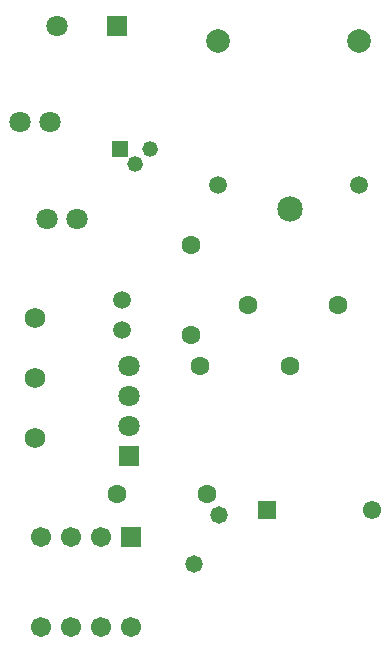
<source format=gts>
G04*
G04 #@! TF.GenerationSoftware,Altium Limited,Altium Designer,22.2.1 (43)*
G04*
G04 Layer_Color=8388736*
%FSLAX23Y23*%
%MOIN*%
G70*
G04*
G04 #@! TF.SameCoordinates,4A317E20-D035-40B8-9544-2A4E967EB8EC*
G04*
G04*
G04 #@! TF.FilePolarity,Negative*
G04*
G01*
G75*
%ADD16C,0.061*%
%ADD17R,0.061X0.061*%
%ADD18C,0.063*%
%ADD19C,0.059*%
%ADD20C,0.079*%
%ADD21C,0.085*%
%ADD22C,0.071*%
%ADD23R,0.071X0.071*%
%ADD24R,0.067X0.067*%
%ADD25C,0.067*%
%ADD26R,0.052X0.052*%
%ADD27C,0.052*%
%ADD28C,0.068*%
%ADD29R,0.071X0.071*%
%ADD30C,0.059*%
%ADD31C,0.058*%
D16*
X670Y-95D02*
D03*
D17*
X320D02*
D03*
D18*
X65Y490D02*
D03*
Y790D02*
D03*
X-180Y-40D02*
D03*
X120D02*
D03*
X555Y590D02*
D03*
X255D02*
D03*
X395Y385D02*
D03*
X95D02*
D03*
D19*
X626Y990D02*
D03*
X154D02*
D03*
D20*
Y1470D02*
D03*
X626D02*
D03*
D21*
X395Y911D02*
D03*
D22*
X-505Y1200D02*
D03*
X-405D02*
D03*
X-380Y1520D02*
D03*
X-140Y185D02*
D03*
Y285D02*
D03*
Y385D02*
D03*
X-415Y875D02*
D03*
X-315D02*
D03*
D23*
X-183Y1520D02*
D03*
D24*
X-135Y-185D02*
D03*
D25*
X-235D02*
D03*
X-335D02*
D03*
X-435D02*
D03*
X-135Y-485D02*
D03*
X-235D02*
D03*
X-335D02*
D03*
X-435D02*
D03*
D26*
X-170Y1110D02*
D03*
D27*
X-120Y1060D02*
D03*
X-70Y1110D02*
D03*
D28*
X-455Y145D02*
D03*
Y345D02*
D03*
Y545D02*
D03*
D29*
X-140Y85D02*
D03*
D30*
X-165Y505D02*
D03*
Y605D02*
D03*
D31*
X75Y-275D02*
D03*
X160Y-110D02*
D03*
M02*

</source>
